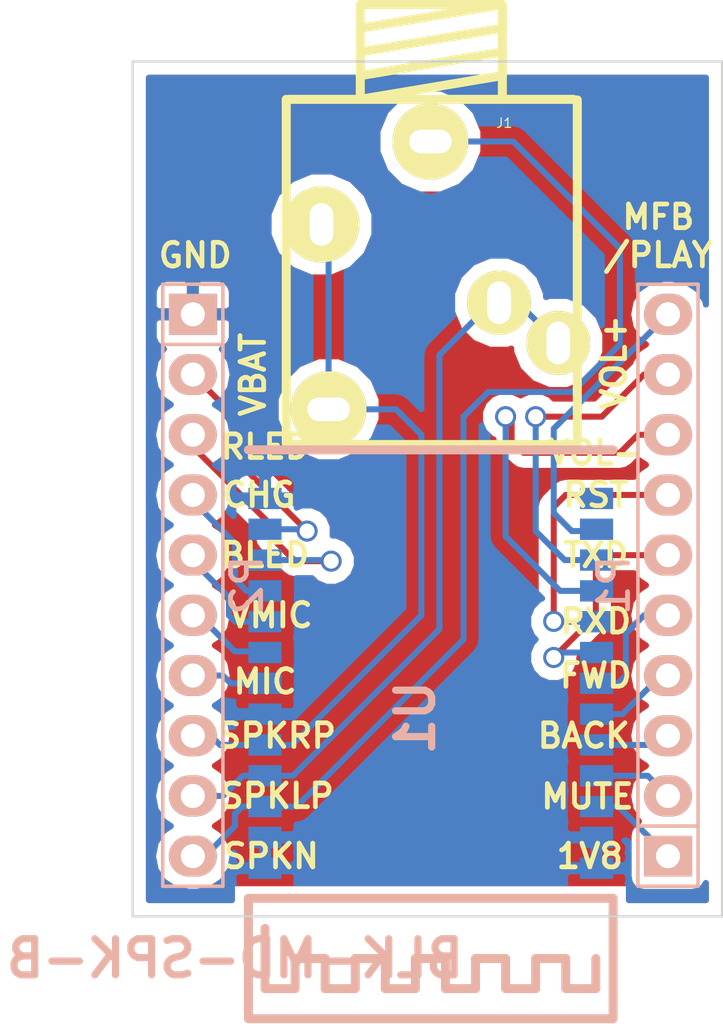
<source format=kicad_pcb>
(kicad_pcb (version 4) (host pcbnew 0.201502050101+5404~21~ubuntu14.04.1-product)

  (general
    (links 30)
    (no_connects 0)
    (area 202.829886 126.438659 237.119886 170.176)
    (thickness 1.6)
    (drawings 24)
    (tracks 132)
    (zones 0)
    (modules 4)
    (nets 21)
  )

  (page A3)
  (layers
    (0 F.Cu signal)
    (31 B.Cu signal)
    (32 B.Adhes user)
    (33 F.Adhes user)
    (34 B.Paste user)
    (35 F.Paste user)
    (36 B.SilkS user)
    (37 F.SilkS user)
    (38 B.Mask user)
    (39 F.Mask user)
    (40 Dwgs.User user)
    (41 Cmts.User user)
    (42 Eco1.User user)
    (43 Eco2.User user)
    (44 Edge.Cuts user)
  )

  (setup
    (last_trace_width 0.254)
    (trace_clearance 0.254)
    (zone_clearance 0.508)
    (zone_45_only no)
    (trace_min 0.254)
    (segment_width 0.2)
    (edge_width 0.1)
    (via_size 0.889)
    (via_drill 0.635)
    (via_min_size 0.889)
    (via_min_drill 0.508)
    (uvia_size 0.508)
    (uvia_drill 0.127)
    (uvias_allowed no)
    (uvia_min_size 0.508)
    (uvia_min_drill 0.127)
    (pcb_text_width 0.3)
    (pcb_text_size 1.5 1.5)
    (mod_edge_width 0.15)
    (mod_text_size 1 1)
    (mod_text_width 0.15)
    (pad_size 3.2004 3.2004)
    (pad_drill 1.30048)
    (pad_to_mask_clearance 0)
    (aux_axis_origin 0 0)
    (visible_elements FFFFFF3F)
    (pcbplotparams
      (layerselection 0x01030_80000001)
      (usegerberextensions false)
      (excludeedgelayer false)
      (linewidth 0.150000)
      (plotframeref false)
      (viasonmask false)
      (mode 1)
      (useauxorigin false)
      (hpglpennumber 1)
      (hpglpenspeed 20)
      (hpglpendiameter 15)
      (hpglpenoverlay 2)
      (psnegative false)
      (psa4output false)
      (plotreference false)
      (plotvalue false)
      (plotinvisibletext false)
      (padsonsilk false)
      (subtractmaskfromsilk false)
      (outputformat 1)
      (mirror false)
      (drillshape 0)
      (scaleselection 1)
      (outputdirectory gerber/))
  )

  (net 0 "")
  (net 1 "Net-(J1-Pad1)")
  (net 2 "Net-(J1-Pad2)")
  (net 3 "Net-(J1-Pad4)")
  (net 4 "Net-(P1-Pad1)")
  (net 5 "Net-(P1-Pad2)")
  (net 6 "Net-(P1-Pad3)")
  (net 7 "Net-(P1-Pad4)")
  (net 8 "Net-(P1-Pad5)")
  (net 9 "Net-(P1-Pad6)")
  (net 10 "Net-(P1-Pad7)")
  (net 11 "Net-(P1-Pad8)")
  (net 12 "Net-(P1-Pad9)")
  (net 13 "Net-(P1-Pad10)")
  (net 14 "Net-(P2-Pad2)")
  (net 15 "Net-(P2-Pad3)")
  (net 16 "Net-(P2-Pad4)")
  (net 17 "Net-(P2-Pad5)")
  (net 18 "Net-(P2-Pad6)")
  (net 19 "Net-(P2-Pad7)")
  (net 20 GND)

  (net_class Default "This is the default net class."
    (clearance 0.254)
    (trace_width 0.254)
    (via_dia 0.889)
    (via_drill 0.635)
    (uvia_dia 0.508)
    (uvia_drill 0.127)
    (add_net GND)
    (add_net "Net-(J1-Pad1)")
    (add_net "Net-(J1-Pad2)")
    (add_net "Net-(J1-Pad4)")
    (add_net "Net-(P1-Pad1)")
    (add_net "Net-(P1-Pad10)")
    (add_net "Net-(P1-Pad2)")
    (add_net "Net-(P1-Pad3)")
    (add_net "Net-(P1-Pad4)")
    (add_net "Net-(P1-Pad5)")
    (add_net "Net-(P1-Pad6)")
    (add_net "Net-(P1-Pad7)")
    (add_net "Net-(P1-Pad8)")
    (add_net "Net-(P1-Pad9)")
    (add_net "Net-(P2-Pad2)")
    (add_net "Net-(P2-Pad3)")
    (add_net "Net-(P2-Pad4)")
    (add_net "Net-(P2-Pad5)")
    (add_net "Net-(P2-Pad6)")
    (add_net "Net-(P2-Pad7)")
  )

  (module Pin_Headers:Pin_Header_Straight_1x10 (layer B.Cu) (tedit 542400AB) (tstamp 542401BE)
    (at 231.14 151.384 90)
    (descr "Through hole pin header")
    (tags "pin header")
    (path /54200046)
    (fp_text reference P1 (at 0 -2.286 90) (layer B.SilkS)
      (effects (font (size 1.27 1.27) (thickness 0.2032)) (justify mirror))
    )
    (fp_text value CONNECTOR (at 0 0 90) (layer B.SilkS) hide
      (effects (font (size 1.27 1.27) (thickness 0.2032)) (justify mirror))
    )
    (fp_line (start -10.16 1.27) (end 12.7 1.27) (layer B.SilkS) (width 0.15))
    (fp_line (start 12.7 1.27) (end 12.7 -1.27) (layer B.SilkS) (width 0.15))
    (fp_line (start 12.7 -1.27) (end -10.16 -1.27) (layer B.SilkS) (width 0.15))
    (fp_line (start -12.7 1.27) (end -10.16 1.27) (layer B.SilkS) (width 0.15))
    (fp_line (start -10.16 1.27) (end -10.16 -1.27) (layer B.SilkS) (width 0.15))
    (fp_line (start -12.7 1.27) (end -12.7 -1.27) (layer B.SilkS) (width 0.15))
    (fp_line (start -12.7 -1.27) (end -10.16 -1.27) (layer B.SilkS) (width 0.15))
    (pad 1 thru_hole rect (at -11.43 0 90) (size 1.7272 2.032) (drill 1.016) (layers *.Cu *.Mask B.SilkS)
      (net 4 "Net-(P1-Pad1)"))
    (pad 2 thru_hole oval (at -8.89 0 90) (size 1.7272 2.032) (drill 1.016) (layers *.Cu *.Mask B.SilkS)
      (net 5 "Net-(P1-Pad2)"))
    (pad 3 thru_hole oval (at -6.35 0 90) (size 1.7272 2.032) (drill 1.016) (layers *.Cu *.Mask B.SilkS)
      (net 6 "Net-(P1-Pad3)"))
    (pad 4 thru_hole oval (at -3.81 0 90) (size 1.7272 2.032) (drill 1.016) (layers *.Cu *.Mask B.SilkS)
      (net 7 "Net-(P1-Pad4)"))
    (pad 5 thru_hole oval (at -1.27 0 90) (size 1.7272 2.032) (drill 1.016) (layers *.Cu *.Mask B.SilkS)
      (net 8 "Net-(P1-Pad5)"))
    (pad 6 thru_hole oval (at 1.27 0 90) (size 1.7272 2.032) (drill 1.016) (layers *.Cu *.Mask B.SilkS)
      (net 9 "Net-(P1-Pad6)"))
    (pad 7 thru_hole oval (at 3.81 0 90) (size 1.7272 2.032) (drill 1.016) (layers *.Cu *.Mask B.SilkS)
      (net 10 "Net-(P1-Pad7)"))
    (pad 8 thru_hole oval (at 6.35 0 90) (size 1.7272 2.032) (drill 1.016) (layers *.Cu *.Mask B.SilkS)
      (net 11 "Net-(P1-Pad8)"))
    (pad 9 thru_hole oval (at 8.89 0 90) (size 1.7272 2.032) (drill 1.016) (layers *.Cu *.Mask B.SilkS)
      (net 12 "Net-(P1-Pad9)"))
    (pad 10 thru_hole oval (at 11.43 0 90) (size 1.7272 2.032) (drill 1.016) (layers *.Cu *.Mask B.SilkS)
      (net 13 "Net-(P1-Pad10)"))
    (model Pin_Headers/Pin_Header_Straight_1x10.wrl
      (at (xyz 0 0 0))
      (scale (xyz 1 1 1))
      (rotate (xyz 0 0 0))
    )
  )

  (module Pin_Headers:Pin_Header_Straight_1x10 (layer B.Cu) (tedit 542400AB) (tstamp 542400FB)
    (at 211.074 151.384 270)
    (descr "Through hole pin header")
    (tags "pin header")
    (path /542152BE)
    (fp_text reference P2 (at 0 -2.286 270) (layer B.SilkS)
      (effects (font (size 1.27 1.27) (thickness 0.2032)) (justify mirror))
    )
    (fp_text value CONNECTOR (at 0 0 270) (layer B.SilkS) hide
      (effects (font (size 1.27 1.27) (thickness 0.2032)) (justify mirror))
    )
    (fp_line (start -10.16 1.27) (end 12.7 1.27) (layer B.SilkS) (width 0.15))
    (fp_line (start 12.7 1.27) (end 12.7 -1.27) (layer B.SilkS) (width 0.15))
    (fp_line (start 12.7 -1.27) (end -10.16 -1.27) (layer B.SilkS) (width 0.15))
    (fp_line (start -12.7 1.27) (end -10.16 1.27) (layer B.SilkS) (width 0.15))
    (fp_line (start -10.16 1.27) (end -10.16 -1.27) (layer B.SilkS) (width 0.15))
    (fp_line (start -12.7 1.27) (end -12.7 -1.27) (layer B.SilkS) (width 0.15))
    (fp_line (start -12.7 -1.27) (end -10.16 -1.27) (layer B.SilkS) (width 0.15))
    (pad 1 thru_hole rect (at -11.43 0 270) (size 1.7272 2.032) (drill 1.016) (layers *.Cu *.Mask B.SilkS)
      (net 20 GND))
    (pad 2 thru_hole oval (at -8.89 0 270) (size 1.7272 2.032) (drill 1.016) (layers *.Cu *.Mask B.SilkS)
      (net 14 "Net-(P2-Pad2)"))
    (pad 3 thru_hole oval (at -6.35 0 270) (size 1.7272 2.032) (drill 1.016) (layers *.Cu *.Mask B.SilkS)
      (net 15 "Net-(P2-Pad3)"))
    (pad 4 thru_hole oval (at -3.81 0 270) (size 1.7272 2.032) (drill 1.016) (layers *.Cu *.Mask B.SilkS)
      (net 16 "Net-(P2-Pad4)"))
    (pad 5 thru_hole oval (at -1.27 0 270) (size 1.7272 2.032) (drill 1.016) (layers *.Cu *.Mask B.SilkS)
      (net 17 "Net-(P2-Pad5)"))
    (pad 6 thru_hole oval (at 1.27 0 270) (size 1.7272 2.032) (drill 1.016) (layers *.Cu *.Mask B.SilkS)
      (net 18 "Net-(P2-Pad6)"))
    (pad 7 thru_hole oval (at 3.81 0 270) (size 1.7272 2.032) (drill 1.016) (layers *.Cu *.Mask B.SilkS)
      (net 19 "Net-(P2-Pad7)"))
    (pad 8 thru_hole oval (at 6.35 0 270) (size 1.7272 2.032) (drill 1.016) (layers *.Cu *.Mask B.SilkS)
      (net 3 "Net-(J1-Pad4)"))
    (pad 9 thru_hole oval (at 8.89 0 270) (size 1.7272 2.032) (drill 1.016) (layers *.Cu *.Mask B.SilkS)
      (net 2 "Net-(J1-Pad2)"))
    (pad 10 thru_hole oval (at 11.43 0 270) (size 1.7272 2.032) (drill 1.016) (layers *.Cu *.Mask B.SilkS)
      (net 1 "Net-(J1-Pad1)"))
    (model Pin_Headers/Pin_Header_Straight_1x10.wrl
      (at (xyz 0 0 0))
      (scale (xyz 1 1 1))
      (rotate (xyz 0 0 0))
    )
  )

  (module jacks:SCJ-0354-5PU (layer F.Cu) (tedit 54D361CE) (tstamp 54D35FBA)
    (at 221.107 130.9624)
    (path /542131F5)
    (fp_text reference J1 (at 3.11912 0.92202) (layer F.SilkS)
      (effects (font (size 0.39878 0.39878) (thickness 0.0508)))
    )
    (fp_text value SCJ-0354-5PU (at 7.4549 6.9977 90) (layer F.SilkS) hide
      (effects (font (size 1.2 1.2) (thickness 0.3)))
    )
    (fp_line (start 3.03784 -0.07874) (end 3.03784 -4.07924) (layer F.SilkS) (width 0.381))
    (fp_line (start 3.03784 -4.07924) (end -2.96164 -4.07924) (layer F.SilkS) (width 0.381))
    (fp_line (start -2.96164 -4.07924) (end -2.96164 -0.07874) (layer F.SilkS) (width 0.381))
    (fp_line (start -2.96164 -0.07874) (end 3.03784 -1.0795) (layer F.SilkS) (width 0.381))
    (fp_line (start 3.03784 -1.0795) (end 3.03784 -2.07772) (layer F.SilkS) (width 0.381))
    (fp_line (start 3.03784 -2.07772) (end -2.96164 -1.0795) (layer F.SilkS) (width 0.381))
    (fp_line (start -2.96164 -1.0795) (end -2.96164 -2.07772) (layer F.SilkS) (width 0.381))
    (fp_line (start -2.96164 -2.07772) (end 3.03784 -3.07848) (layer F.SilkS) (width 0.381))
    (fp_line (start 3.03784 -3.07848) (end 3.03784 -4.07924) (layer F.SilkS) (width 0.381))
    (fp_line (start 3.03784 -4.07924) (end -2.96164 -3.07848) (layer F.SilkS) (width 0.381))
    (fp_line (start -5.96138 -0.07874) (end 6.03758 -0.07874) (layer F.SilkS) (width 0.381))
    (fp_line (start 6.20268 -0.05334) (end 6.20268 14.44752) (layer F.SilkS) (width 0.381))
    (fp_line (start 6.11378 14.48562) (end -5.88518 14.48562) (layer F.SilkS) (width 0.381))
    (fp_line (start -6.08838 14.42212) (end -6.08838 -0.07874) (layer F.SilkS) (width 0.381))
    (pad 1 thru_hole circle (at 0 1.7) (size 3.2004 3.2004) (drill oval 1.8 1) (layers *.Cu *.Mask F.SilkS)
      (net 1 "Net-(J1-Pad1)"))
    (pad 5 thru_hole circle (at -4.6 5.2) (size 3.2004 3.2004) (drill oval 1 1.8) (layers *.Cu *.Mask F.SilkS)
      (net 3 "Net-(J1-Pad4)"))
    (pad 4 thru_hole circle (at -4.3 13) (size 3.2004 3.2004) (drill oval 1.8 1) (layers *.Cu *.Mask F.SilkS)
      (net 3 "Net-(J1-Pad4)"))
    (pad 3 thru_hole circle (at 2.9 8.5) (size 2.7 2.7) (drill oval 1 1.8) (layers *.Cu *.Mask F.SilkS)
      (net 2 "Net-(J1-Pad2)"))
    (pad 2 thru_hole circle (at 5.4 10.2) (size 2.7 2.7) (drill oval 1 1.8) (layers *.Cu *.Mask F.SilkS)
      (net 2 "Net-(J1-Pad2)"))
  )

  (module my_modules:BLK-MD-SPK-B (layer B.Cu) (tedit 54241560) (tstamp 54D35FD0)
    (at 212.852 169.672)
    (path /54200037)
    (clearance 0.2)
    (fp_text reference U1 (at 7.62 -12.7 270) (layer B.SilkS)
      (effects (font (thickness 0.3048)) (justify mirror))
    )
    (fp_text value BLK-MD-SPK-B (at 0 -2.54) (layer B.SilkS)
      (effects (font (thickness 0.3048)) (justify mirror))
    )
    (fp_line (start 1.27 -3.81) (end 1.27 -1.27) (layer B.SilkS) (width 0.381))
    (fp_line (start 1.27 -1.27) (end 2.54 -1.27) (layer B.SilkS) (width 0.381))
    (fp_line (start 2.54 -1.27) (end 2.54 -2.54) (layer B.SilkS) (width 0.381))
    (fp_line (start 2.54 -2.54) (end 3.81 -2.54) (layer B.SilkS) (width 0.381))
    (fp_line (start 3.81 -2.54) (end 3.81 -1.27) (layer B.SilkS) (width 0.381))
    (fp_line (start 3.81 -1.27) (end 5.08 -1.27) (layer B.SilkS) (width 0.381))
    (fp_line (start 5.08 -1.27) (end 5.08 -2.54) (layer B.SilkS) (width 0.381))
    (fp_line (start 5.08 -2.54) (end 6.35 -2.54) (layer B.SilkS) (width 0.381))
    (fp_line (start 6.35 -2.54) (end 6.35 -1.27) (layer B.SilkS) (width 0.381))
    (fp_line (start 6.35 -1.27) (end 7.62 -1.27) (layer B.SilkS) (width 0.381))
    (fp_line (start 7.62 -1.27) (end 7.62 -2.54) (layer B.SilkS) (width 0.381))
    (fp_line (start 7.62 -2.54) (end 8.89 -2.54) (layer B.SilkS) (width 0.381))
    (fp_line (start 8.89 -2.54) (end 8.89 -1.27) (layer B.SilkS) (width 0.381))
    (fp_line (start 8.89 -1.27) (end 10.16 -1.27) (layer B.SilkS) (width 0.381))
    (fp_line (start 10.16 -1.27) (end 10.16 -2.54) (layer B.SilkS) (width 0.381))
    (fp_line (start 10.16 -2.54) (end 11.43 -2.54) (layer B.SilkS) (width 0.381))
    (fp_line (start 11.43 -2.54) (end 11.43 -1.27) (layer B.SilkS) (width 0.381))
    (fp_line (start 11.43 -1.27) (end 12.7 -1.27) (layer B.SilkS) (width 0.381))
    (fp_line (start 12.7 -1.27) (end 12.7 -2.54) (layer B.SilkS) (width 0.381))
    (fp_line (start 12.7 -2.54) (end 13.97 -2.54) (layer B.SilkS) (width 0.381))
    (fp_line (start 13.97 -2.54) (end 13.97 -1.27) (layer B.SilkS) (width 0.381))
    (fp_line (start 13.97 -1.27) (end 15.24 -1.27) (layer B.SilkS) (width 0.381))
    (fp_line (start 15.24 -1.27) (end 15.24 -2.54) (layer B.SilkS) (width 0.381))
    (fp_line (start 15.97 -5.08) (end 0.57 -5.08) (layer B.SilkS) (width 0.381))
    (fp_line (start 0.57 -24) (end 15.97 -24) (layer B.SilkS) (width 0.381))
    (fp_line (start 15.97 -5.08) (end 15.97 0) (layer B.SilkS) (width 0.381))
    (fp_line (start 15.97 0) (end 0.57 0) (layer B.SilkS) (width 0.381))
    (fp_line (start 0.57 0) (end 0.57 -5.08) (layer B.SilkS) (width 0.381))
    (pad 1 smd rect (at 1.27 -6.35 180) (size 1.4 0.9) (layers B.Cu B.Paste B.Mask)
      (net 20 GND))
    (pad 2 smd rect (at 1.27 -7.65 180) (size 1.4 0.9) (layers B.Cu B.Paste B.Mask)
      (net 20 GND))
    (pad 3 smd rect (at 1.27 -8.95 180) (size 1.4 0.9) (layers B.Cu B.Paste B.Mask)
      (net 1 "Net-(J1-Pad1)"))
    (pad 4 smd rect (at 1.27 -10.25 180) (size 1.4 0.9) (layers B.Cu B.Paste B.Mask)
      (net 2 "Net-(J1-Pad2)"))
    (pad 5 smd rect (at 1.27 -11.55 180) (size 1.4 0.9) (layers B.Cu B.Paste B.Mask)
      (net 3 "Net-(J1-Pad4)"))
    (pad 6 smd rect (at 1.27 -12.85 180) (size 1.4 0.9) (layers B.Cu B.Paste B.Mask)
      (net 20 GND))
    (pad 7 smd rect (at 1.27 -14.15 180) (size 1.4 0.9) (layers B.Cu B.Paste B.Mask)
      (net 19 "Net-(P2-Pad7)"))
    (pad 8 smd rect (at 1.27 -15.45 180) (size 1.4 0.9) (layers B.Cu B.Paste B.Mask)
      (net 18 "Net-(P2-Pad6)"))
    (pad 9 smd rect (at 1.27 -16.75 180) (size 1.4 0.9) (layers B.Cu B.Paste B.Mask)
      (net 17 "Net-(P2-Pad5)"))
    (pad 10 smd rect (at 1.27 -18.05 180) (size 1.4 0.9) (layers B.Cu B.Paste B.Mask)
      (net 16 "Net-(P2-Pad4)"))
    (pad 11 smd rect (at 1.27 -19.35 180) (size 1.4 0.9) (layers B.Cu B.Paste B.Mask)
      (net 15 "Net-(P2-Pad3)"))
    (pad 12 smd rect (at 1.27 -20.65 180) (size 1.4 0.9) (layers B.Cu B.Paste B.Mask)
      (net 14 "Net-(P2-Pad2)"))
    (pad 13 smd rect (at 1.27 -21.95 180) (size 1.4 0.9) (layers B.Cu B.Paste B.Mask)
      (net 20 GND))
    (pad 14 smd rect (at 15.27 -21.95 180) (size 1.4 0.9) (layers B.Cu B.Paste B.Mask))
    (pad 15 smd rect (at 15.27 -20.65 180) (size 1.4 0.9) (layers B.Cu B.Paste B.Mask)
      (net 13 "Net-(P1-Pad10)"))
    (pad 16 smd rect (at 15.27 -19.35 180) (size 1.4 0.9) (layers B.Cu B.Paste B.Mask)
      (net 12 "Net-(P1-Pad9)"))
    (pad 17 smd rect (at 15.27 -18.05 180) (size 1.4 0.9) (layers B.Cu B.Paste B.Mask)
      (net 11 "Net-(P1-Pad8)"))
    (pad 18 smd rect (at 15.27 -16.75 180) (size 1.4 0.9) (layers B.Cu B.Paste B.Mask)
      (net 10 "Net-(P1-Pad7)"))
    (pad 19 smd rect (at 15.27 -15.45 180) (size 1.4 0.9) (layers B.Cu B.Paste B.Mask)
      (net 9 "Net-(P1-Pad6)"))
    (pad 20 smd rect (at 15.27 -14.15 180) (size 1.4 0.9) (layers B.Cu B.Paste B.Mask)
      (net 8 "Net-(P1-Pad5)"))
    (pad 21 smd rect (at 15.27 -12.85 180) (size 1.4 0.9) (layers B.Cu B.Paste B.Mask)
      (net 7 "Net-(P1-Pad4)"))
    (pad 22 smd rect (at 15.27 -11.55 180) (size 1.4 0.9) (layers B.Cu B.Paste B.Mask)
      (net 6 "Net-(P1-Pad3)"))
    (pad 23 smd rect (at 15.27 -10.25 180) (size 1.4 0.9) (layers B.Cu B.Paste B.Mask)
      (net 5 "Net-(P1-Pad2)"))
    (pad 24 smd rect (at 15.27 -8.95 180) (size 1.4 0.9) (layers B.Cu B.Paste B.Mask)
      (net 4 "Net-(P1-Pad1)"))
    (pad 25 smd rect (at 15.27 -7.65 180) (size 1.4 0.9) (layers B.Cu B.Paste B.Mask)
      (net 20 GND))
    (pad 26 smd rect (at 15.27 -6.35 180) (size 1.4 0.9) (layers B.Cu B.Paste B.Mask)
      (net 20 GND))
  )

  (gr_line (start 208.534 165.354) (end 208.534 129.286) (angle 90) (layer Edge.Cuts) (width 0.1))
  (gr_line (start 233.426 165.354) (end 208.534 165.354) (angle 90) (layer Edge.Cuts) (width 0.1))
  (gr_line (start 233.426 129.286) (end 233.426 165.354) (angle 90) (layer Edge.Cuts) (width 0.1))
  (gr_line (start 208.534 129.286) (end 233.426 129.286) (angle 90) (layer Edge.Cuts) (width 0.1))
  (gr_text "MFB\n/PLAY" (at 230.7336 136.652) (layer F.SilkS)
    (effects (font (size 1 1) (thickness 0.2)))
  )
  (gr_text VOL+ (at 228.854 141.986 90) (layer F.SilkS)
    (effects (font (size 1 1) (thickness 0.2)))
  )
  (gr_text VOL- (at 228.092 145.796) (layer F.SilkS)
    (effects (font (size 1 1) (thickness 0.2)))
  )
  (gr_text RST (at 228.092 147.574) (layer F.SilkS)
    (effects (font (size 1 1) (thickness 0.2)))
  )
  (gr_text TXD (at 228.092 150.114) (layer F.SilkS)
    (effects (font (size 1 1) (thickness 0.2)))
  )
  (gr_text RXD (at 228.092 152.908) (layer F.SilkS)
    (effects (font (size 1 1) (thickness 0.2)))
  )
  (gr_text FWD (at 228.092 155.194) (layer F.SilkS)
    (effects (font (size 1 1) (thickness 0.2)))
  )
  (gr_text BACK (at 227.584 157.734) (layer F.SilkS)
    (effects (font (size 1 1) (thickness 0.2)))
  )
  (gr_text MUTE (at 227.7364 160.2994) (layer F.SilkS)
    (effects (font (size 1 1) (thickness 0.2)))
  )
  (gr_text 1V8 (at 227.838 162.814) (layer F.SilkS)
    (effects (font (size 1 1) (thickness 0.2)))
  )
  (gr_text SPKN (at 214.376 162.814) (layer F.SilkS)
    (effects (font (size 1 1) (thickness 0.2)))
  )
  (gr_text SPKLP (at 214.63 160.274) (layer F.SilkS)
    (effects (font (size 1 1) (thickness 0.2)))
  )
  (gr_text SPKRP (at 214.63 157.734) (layer F.SilkS)
    (effects (font (size 1 1) (thickness 0.2)))
  )
  (gr_text MIC (at 214.122 155.448) (layer F.SilkS)
    (effects (font (size 1 1) (thickness 0.2)))
  )
  (gr_text VMIC (at 214.376 152.654) (layer F.SilkS)
    (effects (font (size 1 1) (thickness 0.2)))
  )
  (gr_text BLED (at 214.122 150.114) (layer F.SilkS)
    (effects (font (size 1 1) (thickness 0.2)))
  )
  (gr_text CHG (at 213.868 147.574) (layer F.SilkS)
    (effects (font (size 1 1) (thickness 0.2)))
  )
  (gr_text RLED (at 214.122 145.542) (layer F.SilkS)
    (effects (font (size 1 1) (thickness 0.2)))
  )
  (gr_text VBAT (at 213.614 142.494 90) (layer F.SilkS)
    (effects (font (size 1 1) (thickness 0.2)))
  )
  (gr_text GND (at 211.1756 137.4648) (layer F.SilkS) (tstamp 5422E9E6)
    (effects (font (size 1 1) (thickness 0.2)))
  )

  (segment (start 214.062 160.782) (end 214.122 160.722) (width 0.254) (layer B.Cu) (net 1) (tstamp 542154E4))
  (segment (start 213.166 160.722) (end 214.122 160.722) (width 0.254) (layer B.Cu) (net 1) (tstamp 5423F933))
  (segment (start 212.852 161.036) (end 213.166 160.722) (width 0.254) (layer B.Cu) (net 1) (tstamp 5423F932))
  (segment (start 212.852 161.544) (end 212.852 161.036) (width 0.254) (layer B.Cu) (net 1) (tstamp 5423F931))
  (segment (start 211.582 162.814) (end 212.852 161.544) (width 0.254) (layer B.Cu) (net 1) (tstamp 5423F930))
  (segment (start 210.82 162.814) (end 211.582 162.814) (width 0.254) (layer B.Cu) (net 1))
  (segment (start 223.5454 143.2306) (end 222.504 144.272) (width 0.254) (layer B.Cu) (net 1) (tstamp 54D36056))
  (segment (start 227.1014 143.2306) (end 223.5454 143.2306) (width 0.254) (layer B.Cu) (net 1) (tstamp 54D36055))
  (segment (start 215.392 160.722) (end 215.452 160.722) (width 0.254) (layer B.Cu) (net 1))
  (segment (start 215.392 160.722) (end 214.122 160.722) (width 0.254) (layer B.Cu) (net 1) (tstamp 54215598))
  (segment (start 222.504 153.67) (end 222.504 144.272) (width 0.254) (layer B.Cu) (net 1) (tstamp 5421559D))
  (segment (start 215.452 160.722) (end 222.504 153.67) (width 0.254) (layer B.Cu) (net 1) (tstamp 5421559A))
  (segment (start 229.108 137.16) (end 229.108 141.224) (width 0.254) (layer B.Cu) (net 1) (tstamp 54215569))
  (segment (start 229.108 141.224) (end 227.838 142.494) (width 0.254) (layer B.Cu) (net 1) (tstamp 5421556B))
  (segment (start 227.838 142.494) (end 227.1014 143.2306) (width 0.254) (layer B.Cu) (net 1))
  (segment (start 224.6104 132.6624) (end 229.108 137.16) (width 0.254) (layer B.Cu) (net 1) (tstamp 54D36071))
  (segment (start 221.107 132.6624) (end 224.6104 132.6624) (width 0.254) (layer B.Cu) (net 1))
  (segment (start 215.302 159.422) (end 221.488 153.236) (width 0.254) (layer B.Cu) (net 2) (tstamp 5421555D))
  (segment (start 214.122 159.422) (end 215.302 159.422) (width 0.254) (layer B.Cu) (net 2))
  (segment (start 213.45 159.422) (end 214.122 159.422) (width 0.254) (layer B.Cu) (net 2) (tstamp 5421564E))
  (segment (start 213.196 159.422) (end 214.122 159.422) (width 0.254) (layer B.Cu) (net 2) (tstamp 5423F937))
  (segment (start 212.344 160.274) (end 213.196 159.422) (width 0.254) (layer B.Cu) (net 2) (tstamp 5423F936))
  (segment (start 210.82 160.274) (end 212.344 160.274) (width 0.254) (layer B.Cu) (net 2))
  (segment (start 221.488 153.236) (end 221.488 141.6685) (width 0.254) (layer B.Cu) (net 2) (tstamp 5421555E))
  (segment (start 224.807 139.4624) (end 226.507 141.1624) (width 0.254) (layer B.Cu) (net 2) (tstamp 54D3605A))
  (segment (start 224.007 139.4624) (end 224.807 139.4624) (width 0.254) (layer B.Cu) (net 2))
  (segment (start 223.6941 139.4624) (end 221.488 141.6685) (width 0.254) (layer B.Cu) (net 2) (tstamp 54D36068))
  (segment (start 224.007 139.4624) (end 223.6941 139.4624) (width 0.254) (layer B.Cu) (net 2))
  (segment (start 214.002 158.242) (end 214.122 158.122) (width 0.254) (layer B.Cu) (net 3) (tstamp 542154ED))
  (segment (start 216.408 143.5481) (end 216.64168 143.31442) (width 0.254) (layer B.Cu) (net 3) (tstamp 54215557))
  (segment (start 220.726 152.654) (end 220.726 145.034) (width 0.254) (layer B.Cu) (net 3) (tstamp 54215579))
  (segment (start 215.258 158.122) (end 220.726 152.654) (width 0.254) (layer B.Cu) (net 3) (tstamp 54215577))
  (segment (start 214.122 158.122) (end 215.258 158.122) (width 0.254) (layer B.Cu) (net 3))
  (segment (start 213.48 158.122) (end 214.122 158.122) (width 0.254) (layer B.Cu) (net 3) (tstamp 54215652))
  (segment (start 212.224 158.122) (end 214.122 158.122) (width 0.254) (layer B.Cu) (net 3) (tstamp 5423F93B))
  (segment (start 211.836 157.734) (end 212.224 158.122) (width 0.254) (layer B.Cu) (net 3) (tstamp 5423F93A))
  (segment (start 210.82 157.734) (end 211.836 157.734) (width 0.254) (layer B.Cu) (net 3))
  (segment (start 219.6544 143.9624) (end 220.726 145.034) (width 0.254) (layer B.Cu) (net 3) (tstamp 54D3605F))
  (segment (start 216.807 143.9624) (end 219.6544 143.9624) (width 0.254) (layer B.Cu) (net 3))
  (segment (start 216.807 136.4624) (end 216.507 136.1624) (width 0.254) (layer B.Cu) (net 3) (tstamp 54D36064))
  (segment (start 216.807 143.9624) (end 216.807 136.4624) (width 0.254) (layer B.Cu) (net 3))
  (segment (start 228.122 160.722) (end 229.048 160.722) (width 0.254) (layer B.Cu) (net 4))
  (segment (start 229.048 160.722) (end 231.14 162.814) (width 0.254) (layer B.Cu) (net 4) (tstamp 5423FCE2))
  (segment (start 228.122 159.422) (end 230.288 159.422) (width 0.254) (layer B.Cu) (net 5))
  (segment (start 230.288 159.422) (end 231.14 160.274) (width 0.254) (layer B.Cu) (net 5) (tstamp 5423FCDF))
  (segment (start 228.122 158.122) (end 230.752 158.122) (width 0.254) (layer B.Cu) (net 6))
  (segment (start 230.752 158.122) (end 231.14 157.734) (width 0.254) (layer B.Cu) (net 6) (tstamp 5423FCDC))
  (segment (start 228.122 156.822) (end 229.212 156.822) (width 0.254) (layer B.Cu) (net 7))
  (segment (start 230.84 155.194) (end 231.14 155.194) (width 0.254) (layer B.Cu) (net 7) (tstamp 5423FCD9))
  (segment (start 229.212 156.822) (end 230.84 155.194) (width 0.254) (layer B.Cu) (net 7) (tstamp 5423FCD8))
  (segment (start 229.034 155.522) (end 229.362 155.194) (width 0.254) (layer B.Cu) (net 8) (tstamp 5423FCD2))
  (segment (start 229.362 155.194) (end 229.362 153.416) (width 0.254) (layer B.Cu) (net 8) (tstamp 5423FCD3))
  (segment (start 229.362 153.416) (end 230.124 152.654) (width 0.254) (layer B.Cu) (net 8) (tstamp 5423FCD4))
  (segment (start 228.122 155.522) (end 229.034 155.522) (width 0.254) (layer B.Cu) (net 8))
  (segment (start 230.124 152.654) (end 231.14 152.654) (width 0.254) (layer B.Cu) (net 8) (tstamp 5423FCD5))
  (segment (start 226.524 154.222) (end 228.122 154.222) (width 0.254) (layer B.Cu) (net 9) (tstamp 5423FCCF))
  (segment (start 226.314 154.432) (end 226.524 154.222) (width 0.254) (layer B.Cu) (net 9) (tstamp 5423FCCE))
  (via (at 226.314 154.432) (size 0.889) (layers F.Cu B.Cu) (net 9))
  (segment (start 228.346 150.114) (end 228.092 150.368) (width 0.254) (layer F.Cu) (net 9) (tstamp 5423FCC8))
  (segment (start 228.092 150.368) (end 228.092 152.654) (width 0.254) (layer F.Cu) (net 9) (tstamp 5423FCC9))
  (segment (start 228.092 152.654) (end 226.314 154.432) (width 0.254) (layer F.Cu) (net 9) (tstamp 5423FCCA))
  (segment (start 231.14 150.114) (end 228.346 150.114) (width 0.254) (layer F.Cu) (net 9))
  (segment (start 226.328 152.922) (end 228.122 152.922) (width 0.254) (layer B.Cu) (net 10) (tstamp 5423FCC5))
  (segment (start 226.314 152.908) (end 226.328 152.922) (width 0.254) (layer B.Cu) (net 10) (tstamp 5423FCC4))
  (via (at 226.314 152.908) (size 0.889) (layers F.Cu B.Cu) (net 10))
  (segment (start 226.314 148.082) (end 226.314 152.908) (width 0.254) (layer F.Cu) (net 10) (tstamp 5423FCC0))
  (segment (start 226.822 147.574) (end 226.314 148.082) (width 0.254) (layer F.Cu) (net 10) (tstamp 5423FCBE))
  (segment (start 231.14 147.574) (end 226.822 147.574) (width 0.254) (layer F.Cu) (net 10))
  (segment (start 226.584 151.622) (end 224.282 149.32) (width 0.254) (layer B.Cu) (net 11) (tstamp 5423FC32))
  (segment (start 228.122 151.622) (end 226.584 151.622) (width 0.254) (layer B.Cu) (net 11))
  (segment (start 228.092 145.796) (end 229.108 145.796) (width 0.254) (layer F.Cu) (net 11))
  (segment (start 229.108 145.796) (end 229.87 145.034) (width 0.254) (layer F.Cu) (net 11) (tstamp 5423FC52))
  (segment (start 229.87 145.034) (end 231.14 145.034) (width 0.254) (layer F.Cu) (net 11) (tstamp 5423FC53))
  (segment (start 224.282 149.32) (end 224.282 144.272) (width 0.254) (layer B.Cu) (net 11) (tstamp 5423FC33))
  (via (at 224.282 144.272) (size 0.889) (layers F.Cu B.Cu) (net 11))
  (segment (start 224.282 144.272) (end 224.536 144.526) (width 0.254) (layer F.Cu) (net 11) (tstamp 5423FC37))
  (segment (start 224.536 144.526) (end 224.536 145.288) (width 0.254) (layer F.Cu) (net 11) (tstamp 5423FC38))
  (segment (start 224.536 145.288) (end 225.044 145.796) (width 0.254) (layer F.Cu) (net 11) (tstamp 5423FC39))
  (segment (start 225.044 145.796) (end 228.092 145.796) (width 0.254) (layer F.Cu) (net 11) (tstamp 5423FC3A))
  (segment (start 226.776 150.322) (end 225.552 149.098) (width 0.254) (layer B.Cu) (net 12) (tstamp 5423FC61))
  (segment (start 225.552 149.098) (end 225.552 144.272) (width 0.254) (layer B.Cu) (net 12) (tstamp 5423FC64))
  (via (at 225.552 144.272) (size 0.889) (layers F.Cu B.Cu) (net 12))
  (segment (start 225.552 144.272) (end 228.346 144.272) (width 0.254) (layer F.Cu) (net 12) (tstamp 5423FC6A))
  (segment (start 228.122 150.322) (end 226.776 150.322) (width 0.254) (layer B.Cu) (net 12))
  (segment (start 228.346 144.272) (end 230.124 142.494) (width 0.254) (layer F.Cu) (net 12) (tstamp 5423FC6B))
  (segment (start 230.378 142.494) (end 231.14 142.494) (width 0.254) (layer B.Cu) (net 12) (tstamp 5423FBD7))
  (segment (start 230.378 142.494) (end 231.14 142.494) (width 0.254) (layer F.Cu) (net 12) (tstamp 5423FC59))
  (segment (start 230.124 142.494) (end 231.14 142.494) (width 0.254) (layer F.Cu) (net 12) (tstamp 5423FC6C))
  (segment (start 231.14 139.954) (end 226.314 144.78) (width 0.254) (layer B.Cu) (net 13))
  (segment (start 228.046 149.098) (end 228.122 149.022) (width 0.254) (layer B.Cu) (net 13) (tstamp 5423FBC8))
  (segment (start 227.076 149.098) (end 228.046 149.098) (width 0.254) (layer B.Cu) (net 13) (tstamp 5423FBC7))
  (segment (start 226.314 144.78) (end 226.314 148.336) (width 0.254) (layer B.Cu) (net 13) (tstamp 5423FBBE))
  (segment (start 226.314 148.336) (end 227.076 149.098) (width 0.254) (layer B.Cu) (net 13) (tstamp 5423FBC5))
  (segment (start 210.82 142.494) (end 211.328 142.494) (width 0.254) (layer F.Cu) (net 14))
  (segment (start 212.852 144.272) (end 212.852 146.05) (width 0.254) (layer F.Cu) (net 14) (tstamp 5423FCAB))
  (segment (start 212.852 146.05) (end 215.9 149.098) (width 0.254) (layer F.Cu) (net 14) (tstamp 5423FCAD))
  (via (at 215.9 149.098) (size 0.889) (layers F.Cu B.Cu) (net 14))
  (segment (start 215.9 149.098) (end 215.824 149.022) (width 0.254) (layer B.Cu) (net 14) (tstamp 5423FCB3))
  (segment (start 211.074 142.494) (end 212.852 144.272) (width 0.254) (layer F.Cu) (net 14) (tstamp 5423FCAA))
  (segment (start 210.82 142.494) (end 211.074 142.494) (width 0.254) (layer F.Cu) (net 14))
  (segment (start 214.122 149.022) (end 213.538 149.022) (width 0.254) (layer B.Cu) (net 14))
  (segment (start 215.824 149.022) (end 214.122 149.022) (width 0.254) (layer B.Cu) (net 14) (tstamp 5423FCB4))
  (segment (start 210.82 145.288) (end 214.376 148.844) (width 0.254) (layer F.Cu) (net 15) (tstamp 5423FCA2))
  (segment (start 210.82 145.034) (end 210.82 145.288) (width 0.254) (layer F.Cu) (net 15))
  (segment (start 214.122 150.322) (end 216.87 150.322) (width 0.254) (layer B.Cu) (net 15))
  (segment (start 214.376 149.352) (end 215.392 150.368) (width 0.254) (layer F.Cu) (net 15) (tstamp 5423FC93))
  (segment (start 214.376 148.844) (end 214.376 149.352) (width 0.254) (layer F.Cu) (net 15) (tstamp 5423FCA7))
  (segment (start 215.392 150.368) (end 214.376 149.352) (width 0.254) (layer F.Cu) (net 15) (tstamp 5423FD63))
  (segment (start 216.916 150.368) (end 215.392 150.368) (width 0.254) (layer F.Cu) (net 15) (tstamp 5423FD62))
  (segment (start 216.87 150.322) (end 216.916 150.368) (width 0.254) (layer B.Cu) (net 15) (tstamp 5423FD5B))
  (via (at 216.916 150.368) (size 0.889) (layers F.Cu B.Cu) (net 15))
  (segment (start 214.106 151.638) (end 214.122 151.622) (width 0.254) (layer B.Cu) (net 16) (tstamp 5421552C))
  (segment (start 214.122 151.622) (end 213.344 151.622) (width 0.254) (layer B.Cu) (net 16))
  (segment (start 212.852 151.13) (end 213.344 151.622) (width 0.254) (layer B.Cu) (net 16) (tstamp 5423F9A8))
  (segment (start 211.836 148.59) (end 210.82 147.574) (width 0.254) (layer B.Cu) (net 16) (tstamp 5423F961))
  (segment (start 212.852 149.606) (end 212.852 151.13) (width 0.254) (layer B.Cu) (net 16) (tstamp 5423F9A7))
  (segment (start 211.836 148.59) (end 212.852 149.606) (width 0.254) (layer B.Cu) (net 16))
  (segment (start 214.108 152.908) (end 214.122 152.922) (width 0.254) (layer B.Cu) (net 17) (tstamp 5421551D))
  (segment (start 212.598 152.654) (end 212.866 152.922) (width 0.254) (layer B.Cu) (net 17) (tstamp 5423F949))
  (segment (start 212.866 152.922) (end 214.122 152.922) (width 0.254) (layer B.Cu) (net 17) (tstamp 5423F94A))
  (segment (start 212.598 152.654) (end 212.598 152.146) (width 0.254) (layer B.Cu) (net 17))
  (segment (start 212.598 151.892) (end 212.598 152.146) (width 0.254) (layer B.Cu) (net 17) (tstamp 5423F9AD))
  (segment (start 210.82 150.114) (end 211.328 150.114) (width 0.254) (layer B.Cu) (net 17))
  (segment (start 210.82 150.114) (end 212.598 151.892) (width 0.254) (layer B.Cu) (net 17))
  (segment (start 211.328 152.654) (end 212.852 154.178) (width 0.254) (layer B.Cu) (net 18) (tstamp 5423F942))
  (segment (start 210.82 152.654) (end 211.328 152.654) (width 0.254) (layer B.Cu) (net 18))
  (segment (start 214.078 154.178) (end 214.122 154.222) (width 0.254) (layer B.Cu) (net 18) (tstamp 5423F944))
  (segment (start 212.852 154.178) (end 214.078 154.178) (width 0.254) (layer B.Cu) (net 18) (tstamp 5423F943))
  (segment (start 212.344 155.194) (end 212.672 155.522) (width 0.254) (layer B.Cu) (net 19) (tstamp 5423F93E))
  (segment (start 210.82 155.194) (end 212.344 155.194) (width 0.254) (layer B.Cu) (net 19))
  (segment (start 214.122 155.522) (end 213.286 155.522) (width 0.254) (layer B.Cu) (net 19))
  (segment (start 212.672 155.522) (end 214.122 155.522) (width 0.254) (layer B.Cu) (net 19) (tstamp 5423F93F))

  (zone (net 20) (net_name GND) (layer B.Cu) (tstamp 5423FE69) (hatch edge 0.508)
    (connect_pads (clearance 0.508))
    (min_thickness 0.254)
    (fill yes (arc_segments 16) (thermal_gap 0.508) (thermal_bridge_width 0.508))
    (polygon
      (pts
        (xy 233.172 165.1) (xy 229.362 165.1) (xy 229.362 164.084) (xy 212.852 164.084) (xy 212.852 165.1)
        (xy 208.788 165.1) (xy 208.788 129.54) (xy 233.172 129.54)
      )
    )
    (filled_polygon
      (pts
        (xy 232.741 164.669) (xy 229.489 164.669) (xy 229.489 163.957) (xy 229.432689 163.957) (xy 229.457 163.89831)
        (xy 229.457 163.645691) (xy 229.457 163.60775) (xy 229.29825 163.449) (xy 228.249 163.449) (xy 228.249 163.469)
        (xy 227.995 163.469) (xy 227.995 163.449) (xy 227.995 163.195) (xy 227.995 162.94825) (xy 227.995 162.39575)
        (xy 227.995 162.149) (xy 226.94575 162.149) (xy 226.787 162.30775) (xy 226.787 162.345691) (xy 226.787 162.59831)
        (xy 226.817523 162.672) (xy 226.787 162.74569) (xy 226.787 162.998309) (xy 226.787 163.03625) (xy 226.94575 163.195)
        (xy 227.995 163.195) (xy 227.995 163.449) (xy 226.94575 163.449) (xy 226.787 163.60775) (xy 226.787 163.645691)
        (xy 226.787 163.89831) (xy 226.81131 163.957) (xy 215.432689 163.957) (xy 215.457 163.89831) (xy 215.457 163.645691)
        (xy 215.457 163.60775) (xy 215.457 163.03625) (xy 215.457 162.998309) (xy 215.457 162.74569) (xy 215.426476 162.672)
        (xy 215.457 162.59831) (xy 215.457 162.345691) (xy 215.457 162.30775) (xy 215.29825 162.149) (xy 214.249 162.149)
        (xy 214.249 162.39575) (xy 214.249 162.94825) (xy 214.249 163.195) (xy 215.29825 163.195) (xy 215.457 163.03625)
        (xy 215.457 163.60775) (xy 215.29825 163.449) (xy 214.249 163.449) (xy 214.249 163.469) (xy 213.995 163.469)
        (xy 213.995 163.449) (xy 212.94575 163.449) (xy 212.787 163.60775) (xy 212.787 163.645691) (xy 212.787 163.89831)
        (xy 212.81131 163.957) (xy 212.725 163.957) (xy 212.725 164.669) (xy 209.219 164.669) (xy 209.219 129.971)
        (xy 232.741 129.971) (xy 232.741 139.540023) (xy 232.709271 139.380511) (xy 232.384415 138.89433) (xy 231.898234 138.569474)
        (xy 231.324745 138.4554) (xy 230.955255 138.4554) (xy 230.381766 138.569474) (xy 229.895585 138.89433) (xy 229.87 138.93262)
        (xy 229.87 137.16) (xy 229.811996 136.868396) (xy 229.811996 136.868395) (xy 229.646815 136.621185) (xy 225.149215 132.123585)
        (xy 224.902005 131.958404) (xy 224.6104 131.9004) (xy 223.210637 131.9004) (xy 223.003015 131.397915) (xy 222.374792 130.768595)
        (xy 221.553559 130.427589) (xy 220.664342 130.426813) (xy 219.842515 130.766385) (xy 219.213195 131.394608) (xy 218.872189 132.215841)
        (xy 218.871413 133.105058) (xy 219.210985 133.926885) (xy 219.839208 134.556205) (xy 220.660441 134.897211) (xy 220.746986 134.897286)
        (xy 220.815395 134.942996) (xy 221.107 135.001) (xy 221.398605 134.942996) (xy 221.466074 134.897914) (xy 221.549658 134.897987)
        (xy 222.371485 134.558415) (xy 223.000805 133.930192) (xy 223.210828 133.4244) (xy 224.29477 133.4244) (xy 228.346 137.47563)
        (xy 228.346 140.415113) (xy 228.190782 140.039457) (xy 227.63288 139.480581) (xy 226.903573 139.177746) (xy 226.113891 139.177057)
        (xy 225.992205 139.227336) (xy 225.992343 139.069291) (xy 225.690782 138.339457) (xy 225.13288 137.780581) (xy 224.403573 137.477746)
        (xy 223.613891 137.477057) (xy 222.884057 137.778618) (xy 222.325181 138.33652) (xy 222.022346 139.065827) (xy 222.021657 139.855509)
        (xy 222.080631 139.998238) (xy 220.949185 141.129685) (xy 220.784004 141.376895) (xy 220.726 141.6685) (xy 220.726 143.956369)
        (xy 220.193215 143.423585) (xy 219.946005 143.258404) (xy 219.6544 143.2004) (xy 218.910637 143.2004) (xy 218.703015 142.697915)
        (xy 218.074792 142.068595) (xy 217.569 141.858571) (xy 217.569 138.14208) (xy 217.771485 138.058415) (xy 218.400805 137.430192)
        (xy 218.741811 136.608959) (xy 218.742587 135.719742) (xy 218.403015 134.897915) (xy 217.774792 134.268595) (xy 216.953559 133.927589)
        (xy 216.064342 133.926813) (xy 215.242515 134.266385) (xy 214.613195 134.894608) (xy 214.272189 135.715841) (xy 214.271413 136.605058)
        (xy 214.610985 137.426885) (xy 215.239208 138.056205) (xy 216.045 138.390799) (xy 216.045 141.858762) (xy 215.542515 142.066385)
        (xy 214.913195 142.694608) (xy 214.572189 143.515841) (xy 214.571413 144.405058) (xy 214.910985 145.226885) (xy 215.539208 145.856205)
        (xy 216.360441 146.197211) (xy 217.249658 146.197987) (xy 218.071485 145.858415) (xy 218.700805 145.230192) (xy 218.910828 144.7244)
        (xy 219.338769 144.7244) (xy 219.964 145.34963) (xy 219.964 152.338369) (xy 215.325809 156.976559) (xy 215.29825 156.949)
        (xy 214.249 156.949) (xy 214.249 156.969) (xy 213.995 156.969) (xy 213.995 156.949) (xy 212.94575 156.949)
        (xy 212.787 157.10775) (xy 212.787 157.145691) (xy 212.787 157.36) (xy 212.682951 157.36) (xy 212.643271 157.160511)
        (xy 212.318415 156.67433) (xy 212.003634 156.464) (xy 212.318415 156.25367) (xy 212.350329 156.205906) (xy 212.380395 156.225996)
        (xy 212.672 156.284) (xy 212.787 156.284) (xy 212.787 156.498309) (xy 212.787 156.53625) (xy 212.94575 156.695)
        (xy 213.995 156.695) (xy 213.995 156.675) (xy 214.249 156.675) (xy 214.249 156.695) (xy 215.29825 156.695)
        (xy 215.457 156.53625) (xy 215.457 156.498309) (xy 215.457 156.24569) (xy 215.4284 156.176644) (xy 215.46944 155.972)
        (xy 215.46944 155.072) (xy 215.429994 154.868695) (xy 215.46944 154.672) (xy 215.46944 153.772) (xy 215.429994 153.568695)
        (xy 215.46944 153.372) (xy 215.46944 152.472) (xy 215.429994 152.268695) (xy 215.46944 152.072) (xy 215.46944 151.172)
        (xy 215.452366 151.084) (xy 216.105438 151.084) (xy 216.303714 151.282622) (xy 216.700332 151.447313) (xy 217.129784 151.447687)
        (xy 217.526689 151.283689) (xy 217.830622 150.980286) (xy 217.995313 150.583668) (xy 217.995687 150.154216) (xy 217.831689 149.757311)
        (xy 217.528286 149.453378) (xy 217.131668 149.288687) (xy 216.979334 149.288554) (xy 216.979687 148.884216) (xy 216.815689 148.487311)
        (xy 216.512286 148.183378) (xy 216.115668 148.018687) (xy 215.686216 148.018313) (xy 215.457 148.113023) (xy 215.457 148.045691)
        (xy 215.457 148.00775) (xy 215.457 147.43625) (xy 215.457 147.398309) (xy 215.457 147.14569) (xy 215.360327 146.912301)
        (xy 215.181698 146.733673) (xy 214.948309 146.637) (xy 214.40775 146.637) (xy 214.249 146.79575) (xy 214.249 147.595)
        (xy 215.29825 147.595) (xy 215.457 147.43625) (xy 215.457 148.00775) (xy 215.29825 147.849) (xy 214.249 147.849)
        (xy 214.249 147.869) (xy 213.995 147.869) (xy 213.995 147.849) (xy 213.995 147.595) (xy 213.995 146.79575)
        (xy 213.83625 146.637) (xy 213.295691 146.637) (xy 213.062302 146.733673) (xy 212.883673 146.912301) (xy 212.787 147.14569)
        (xy 212.787 147.398309) (xy 212.787 147.43625) (xy 212.94575 147.595) (xy 213.995 147.595) (xy 213.995 147.849)
        (xy 212.94575 147.849) (xy 212.787 148.00775) (xy 212.787 148.045691) (xy 212.787 148.29831) (xy 212.815599 148.367355)
        (xy 212.794783 148.471153) (xy 212.574316 148.250686) (xy 212.643271 148.147489) (xy 212.757345 147.574) (xy 212.643271 147.000511)
        (xy 212.318415 146.51433) (xy 212.003634 146.304) (xy 212.318415 146.09367) (xy 212.643271 145.607489) (xy 212.757345 145.034)
        (xy 212.643271 144.460511) (xy 212.318415 143.97433) (xy 212.003634 143.764) (xy 212.318415 143.55367) (xy 212.643271 143.067489)
        (xy 212.757345 142.494) (xy 212.643271 141.920511) (xy 212.318415 141.43433) (xy 212.29622 141.4195) (xy 212.449699 141.355927)
        (xy 212.628327 141.177298) (xy 212.725 140.943909) (xy 212.725 140.23975) (xy 212.725 139.66825) (xy 212.725 138.964091)
        (xy 212.628327 138.730702) (xy 212.449699 138.552073) (xy 212.21631 138.4554) (xy 211.963691 138.4554) (xy 211.35975 138.4554)
        (xy 211.201 138.61415) (xy 211.201 139.827) (xy 212.56625 139.827) (xy 212.725 139.66825) (xy 212.725 140.23975)
        (xy 212.56625 140.081) (xy 211.201 140.081) (xy 211.201 140.101) (xy 210.947 140.101) (xy 210.947 140.081)
        (xy 210.947 139.827) (xy 210.947 138.61415) (xy 210.78825 138.4554) (xy 210.184309 138.4554) (xy 209.93169 138.4554)
        (xy 209.698301 138.552073) (xy 209.519673 138.730702) (xy 209.423 138.964091) (xy 209.423 139.66825) (xy 209.58175 139.827)
        (xy 210.947 139.827) (xy 210.947 140.081) (xy 209.58175 140.081) (xy 209.423 140.23975) (xy 209.423 140.943909)
        (xy 209.519673 141.177298) (xy 209.698301 141.355927) (xy 209.851779 141.4195) (xy 209.829585 141.43433) (xy 209.504729 141.920511)
        (xy 209.390655 142.494) (xy 209.504729 143.067489) (xy 209.829585 143.55367) (xy 210.144365 143.764) (xy 209.829585 143.97433)
        (xy 209.504729 144.460511) (xy 209.390655 145.034) (xy 209.504729 145.607489) (xy 209.829585 146.09367) (xy 210.144365 146.304)
        (xy 209.829585 146.51433) (xy 209.504729 147.000511) (xy 209.390655 147.574) (xy 209.504729 148.147489) (xy 209.829585 148.63367)
        (xy 210.144365 148.844) (xy 209.829585 149.05433) (xy 209.504729 149.540511) (xy 209.390655 150.114) (xy 209.504729 150.687489)
        (xy 209.829585 151.17367) (xy 210.144365 151.384) (xy 209.829585 151.59433) (xy 209.504729 152.080511) (xy 209.390655 152.654)
        (xy 209.504729 153.227489) (xy 209.829585 153.71367) (xy 210.144365 153.924) (xy 209.829585 154.13433) (xy 209.504729 154.620511)
        (xy 209.390655 155.194) (xy 209.504729 155.767489) (xy 209.829585 156.25367) (xy 210.144365 156.464) (xy 209.829585 156.67433)
        (xy 209.504729 157.160511) (xy 209.390655 157.734) (xy 209.504729 158.307489) (xy 209.829585 158.79367) (xy 210.144365 159.004)
        (xy 209.829585 159.21433) (xy 209.504729 159.700511) (xy 209.390655 160.274) (xy 209.504729 160.847489) (xy 209.829585 161.33367)
        (xy 210.144365 161.544) (xy 209.829585 161.75433) (xy 209.504729 162.240511) (xy 209.390655 162.814) (xy 209.504729 163.387489)
        (xy 209.829585 163.87367) (xy 210.315766 164.198526) (xy 210.889255 164.3126) (xy 211.258745 164.3126) (xy 211.832234 164.198526)
        (xy 212.318415 163.87367) (xy 212.643271 163.387489) (xy 212.757345 162.814) (xy 212.741133 162.732497) (xy 212.812868 162.660762)
        (xy 212.817523 162.672) (xy 212.787 162.74569) (xy 212.787 162.998309) (xy 212.787 163.03625) (xy 212.94575 163.195)
        (xy 213.995 163.195) (xy 213.995 162.94825) (xy 213.995 162.39575) (xy 213.995 162.149) (xy 213.975 162.149)
        (xy 213.975 161.895) (xy 213.995 161.895) (xy 213.995 161.875) (xy 214.249 161.875) (xy 214.249 161.895)
        (xy 215.29825 161.895) (xy 215.457 161.73625) (xy 215.457 161.698309) (xy 215.457 161.483005) (xy 215.743604 161.425996)
        (xy 215.743605 161.425996) (xy 215.990815 161.260815) (xy 223.042815 154.208815) (xy 223.207996 153.961605) (xy 223.265999 153.67)
        (xy 223.266 153.67) (xy 223.266 144.639918) (xy 223.366311 144.882689) (xy 223.52 145.036646) (xy 223.52 149.32)
        (xy 223.578004 149.611605) (xy 223.743185 149.858815) (xy 225.82599 151.94162) (xy 225.703311 151.992311) (xy 225.399378 152.295714)
        (xy 225.234687 152.692332) (xy 225.234313 153.121784) (xy 225.398311 153.518689) (xy 225.549355 153.669997) (xy 225.399378 153.819714)
        (xy 225.234687 154.216332) (xy 225.234313 154.645784) (xy 225.398311 155.042689) (xy 225.701714 155.346622) (xy 226.098332 155.511313)
        (xy 226.527784 155.511687) (xy 226.77456 155.409721) (xy 226.77456 155.972) (xy 226.814005 156.175304) (xy 226.77456 156.372)
        (xy 226.77456 157.272) (xy 226.814005 157.475304) (xy 226.77456 157.672) (xy 226.77456 158.572) (xy 226.814005 158.775304)
        (xy 226.77456 158.972) (xy 226.77456 159.872) (xy 226.814005 160.075304) (xy 226.77456 160.272) (xy 226.77456 161.172)
        (xy 226.81469 161.378838) (xy 226.787 161.44569) (xy 226.787 161.698309) (xy 226.787 161.73625) (xy 226.94575 161.895)
        (xy 227.995 161.895) (xy 227.995 161.875) (xy 228.249 161.875) (xy 228.249 161.895) (xy 228.269 161.895)
        (xy 228.269 162.149) (xy 228.249 162.149) (xy 228.249 162.39575) (xy 228.249 162.94825) (xy 228.249 163.195)
        (xy 229.29825 163.195) (xy 229.457 163.03625) (xy 229.457 162.998309) (xy 229.457 162.74569) (xy 229.426476 162.672)
        (xy 229.457 162.59831) (xy 229.457 162.345691) (xy 229.457 162.30775) (xy 229.298252 162.149002) (xy 229.397371 162.149002)
        (xy 229.47656 162.22819) (xy 229.47656 163.6776) (xy 229.523537 163.919723) (xy 229.663327 164.132527) (xy 229.87436 164.274977)
        (xy 230.124 164.32504) (xy 232.156 164.32504) (xy 232.398123 164.278063) (xy 232.610927 164.138273) (xy 232.741 163.945575)
        (xy 232.741 164.669)
      )
    )
  )
  (zone (net 20) (net_name GND) (layer F.Cu) (tstamp 5423FE84) (hatch edge 0.508)
    (connect_pads (clearance 0.508))
    (min_thickness 0.254)
    (fill yes (arc_segments 16) (thermal_gap 0.508) (thermal_bridge_width 0.508))
    (polygon
      (pts
        (xy 233.172 165.1) (xy 229.362 165.1) (xy 229.362 164.084) (xy 212.852 164.084) (xy 212.852 165.1)
        (xy 208.788 165.1) (xy 208.788 129.54) (xy 233.172 129.54)
      )
    )
    (filled_polygon
      (pts
        (xy 232.741 164.669) (xy 229.489 164.669) (xy 229.489 163.957) (xy 219.042587 163.957) (xy 219.042587 143.519742)
        (xy 218.742587 142.793686) (xy 218.742587 135.719742) (xy 218.403015 134.897915) (xy 217.774792 134.268595) (xy 216.953559 133.927589)
        (xy 216.064342 133.926813) (xy 215.242515 134.266385) (xy 214.613195 134.894608) (xy 214.272189 135.715841) (xy 214.271413 136.605058)
        (xy 214.610985 137.426885) (xy 215.239208 138.056205) (xy 216.060441 138.397211) (xy 216.949658 138.397987) (xy 217.771485 138.058415)
        (xy 218.400805 137.430192) (xy 218.741811 136.608959) (xy 218.742587 135.719742) (xy 218.742587 142.793686) (xy 218.703015 142.697915)
        (xy 218.074792 142.068595) (xy 217.253559 141.727589) (xy 216.364342 141.726813) (xy 215.542515 142.066385) (xy 214.913195 142.694608)
        (xy 214.572189 143.515841) (xy 214.571413 144.405058) (xy 214.910985 145.226885) (xy 215.539208 145.856205) (xy 216.360441 146.197211)
        (xy 217.249658 146.197987) (xy 218.071485 145.858415) (xy 218.700805 145.230192) (xy 219.041811 144.408959) (xy 219.042587 143.519742)
        (xy 219.042587 163.957) (xy 217.995687 163.957) (xy 217.995687 150.154216) (xy 217.831689 149.757311) (xy 217.528286 149.453378)
        (xy 217.131668 149.288687) (xy 216.979334 149.288554) (xy 216.979687 148.884216) (xy 216.815689 148.487311) (xy 216.512286 148.183378)
        (xy 216.115668 148.018687) (xy 215.898127 148.018497) (xy 213.614 145.73437) (xy 213.614 144.272) (xy 213.555996 143.980396)
        (xy 213.555996 143.980395) (xy 213.489834 143.881376) (xy 213.390816 143.733185) (xy 212.65685 142.999219) (xy 212.757345 142.494)
        (xy 212.643271 141.920511) (xy 212.318415 141.43433) (xy 212.29622 141.4195) (xy 212.449699 141.355927) (xy 212.628327 141.177298)
        (xy 212.725 140.943909) (xy 212.725 140.23975) (xy 212.725 139.66825) (xy 212.725 138.964091) (xy 212.628327 138.730702)
        (xy 212.449699 138.552073) (xy 212.21631 138.4554) (xy 211.963691 138.4554) (xy 211.35975 138.4554) (xy 211.201 138.61415)
        (xy 211.201 139.827) (xy 212.56625 139.827) (xy 212.725 139.66825) (xy 212.725 140.23975) (xy 212.56625 140.081)
        (xy 211.201 140.081) (xy 211.201 140.101) (xy 210.947 140.101) (xy 210.947 140.081) (xy 210.947 139.827)
        (xy 210.947 138.61415) (xy 210.78825 138.4554) (xy 210.184309 138.4554) (xy 209.93169 138.4554) (xy 209.698301 138.552073)
        (xy 209.519673 138.730702) (xy 209.423 138.964091) (xy 209.423 139.66825) (xy 209.58175 139.827) (xy 210.947 139.827)
        (xy 210.947 140.081) (xy 209.58175 140.081) (xy 209.423 140.23975) (xy 209.423 140.943909) (xy 209.519673 141.177298)
        (xy 209.698301 141.355927) (xy 209.851779 141.4195) (xy 209.829585 141.43433) (xy 209.504729 141.920511) (xy 209.390655 142.494)
        (xy 209.504729 143.067489) (xy 209.829585 143.55367) (xy 210.144365 143.764) (xy 209.829585 143.97433) (xy 209.504729 144.460511)
        (xy 209.390655 145.034) (xy 209.504729 145.607489) (xy 209.829585 146.09367) (xy 210.144365 146.304) (xy 209.829585 146.51433)
        (xy 209.504729 147.000511) (xy 209.390655 147.574) (xy 209.504729 148.147489) (xy 209.829585 148.63367) (xy 210.144365 148.844)
        (xy 209.829585 149.05433) (xy 209.504729 149.540511) (xy 209.390655 150.114) (xy 209.504729 150.687489) (xy 209.829585 151.17367)
        (xy 210.144365 151.384) (xy 209.829585 151.59433) (xy 209.504729 152.080511) (xy 209.390655 152.654) (xy 209.504729 153.227489)
        (xy 209.829585 153.71367) (xy 210.144365 153.924) (xy 209.829585 154.13433) (xy 209.504729 154.620511) (xy 209.390655 155.194)
        (xy 209.504729 155.767489) (xy 209.829585 156.25367) (xy 210.144365 156.464) (xy 209.829585 156.67433) (xy 209.504729 157.160511)
        (xy 209.390655 157.734) (xy 209.504729 158.307489) (xy 209.829585 158.79367) (xy 210.144365 159.004) (xy 209.829585 159.21433)
        (xy 209.504729 159.700511) (xy 209.390655 160.274) (xy 209.504729 160.847489) (xy 209.829585 161.33367) (xy 210.144365 161.544)
        (xy 209.829585 161.75433) (xy 209.504729 162.240511) (xy 209.390655 162.814) (xy 209.504729 163.387489) (xy 209.829585 163.87367)
        (xy 210.315766 164.198526) (xy 210.889255 164.3126) (xy 211.258745 164.3126) (xy 211.832234 164.198526) (xy 212.318415 163.87367)
        (xy 212.643271 163.387489) (xy 212.757345 162.814) (xy 212.643271 162.240511) (xy 212.318415 161.75433) (xy 212.003634 161.544)
        (xy 212.318415 161.33367) (xy 212.643271 160.847489) (xy 212.757345 160.274) (xy 212.643271 159.700511) (xy 212.318415 159.21433)
        (xy 212.003634 159.004) (xy 212.318415 158.79367) (xy 212.643271 158.307489) (xy 212.757345 157.734) (xy 212.643271 157.160511)
        (xy 212.318415 156.67433) (xy 212.003634 156.464) (xy 212.318415 156.25367) (xy 212.643271 155.767489) (xy 212.757345 155.194)
        (xy 212.643271 154.620511) (xy 212.318415 154.13433) (xy 212.003634 153.924) (xy 212.318415 153.71367) (xy 212.643271 153.227489)
        (xy 212.757345 152.654) (xy 212.643271 152.080511) (xy 212.318415 151.59433) (xy 212.003634 151.384) (xy 212.318415 151.17367)
        (xy 212.643271 150.687489) (xy 212.757345 150.114) (xy 212.643271 149.540511) (xy 212.318415 149.05433) (xy 212.003634 148.844)
        (xy 212.318415 148.63367) (xy 212.626683 148.172314) (xy 213.614 149.15963) (xy 213.614 149.352) (xy 213.672004 149.643605)
        (xy 213.837185 149.890815) (xy 214.853185 150.906815) (xy 215.100395 151.071996) (xy 215.100396 151.071996) (xy 215.392 151.13)
        (xy 216.151358 151.13) (xy 216.303714 151.282622) (xy 216.700332 151.447313) (xy 217.129784 151.447687) (xy 217.526689 151.283689)
        (xy 217.830622 150.980286) (xy 217.995313 150.583668) (xy 217.995687 150.154216) (xy 217.995687 163.957) (xy 212.725 163.957)
        (xy 212.725 164.669) (xy 209.219 164.669) (xy 209.219 129.971) (xy 232.741 129.971) (xy 232.741 139.540023)
        (xy 232.709271 139.380511) (xy 232.384415 138.89433) (xy 231.898234 138.569474) (xy 231.324745 138.4554) (xy 230.955255 138.4554)
        (xy 230.381766 138.569474) (xy 229.895585 138.89433) (xy 229.570729 139.380511) (xy 229.456655 139.954) (xy 229.570729 140.527489)
        (xy 229.895585 141.01367) (xy 230.210365 141.224) (xy 229.895585 141.43433) (xy 229.570729 141.920511) (xy 229.55853 141.981838)
        (xy 228.492343 143.048025) (xy 228.492343 140.769291) (xy 228.190782 140.039457) (xy 227.63288 139.480581) (xy 226.903573 139.177746)
        (xy 226.113891 139.177057) (xy 225.992205 139.227336) (xy 225.992343 139.069291) (xy 225.690782 138.339457) (xy 225.13288 137.780581)
        (xy 224.403573 137.477746) (xy 223.613891 137.477057) (xy 223.342587 137.589157) (xy 223.342587 132.219742) (xy 223.003015 131.397915)
        (xy 222.374792 130.768595) (xy 221.553559 130.427589) (xy 220.664342 130.426813) (xy 219.842515 130.766385) (xy 219.213195 131.394608)
        (xy 218.872189 132.215841) (xy 218.871413 133.105058) (xy 219.210985 133.926885) (xy 219.839208 134.556205) (xy 220.660441 134.897211)
        (xy 221.549658 134.897987) (xy 222.371485 134.558415) (xy 223.000805 133.930192) (xy 223.341811 133.108959) (xy 223.342587 132.219742)
        (xy 223.342587 137.589157) (xy 222.884057 137.778618) (xy 222.325181 138.33652) (xy 222.022346 139.065827) (xy 222.021657 139.855509)
        (xy 222.323218 140.585343) (xy 222.88112 141.144219) (xy 223.610427 141.447054) (xy 224.400109 141.447743) (xy 224.521794 141.397463)
        (xy 224.521657 141.555509) (xy 224.823218 142.285343) (xy 225.38112 142.844219) (xy 226.110427 143.147054) (xy 226.900109 143.147743)
        (xy 227.629943 142.846182) (xy 228.188819 142.28828) (xy 228.491654 141.558973) (xy 228.492343 140.769291) (xy 228.492343 143.048025)
        (xy 228.030369 143.51) (xy 226.316641 143.51) (xy 226.164286 143.357378) (xy 225.767668 143.192687) (xy 225.338216 143.192313)
        (xy 224.941311 143.356311) (xy 224.917223 143.380356) (xy 224.894286 143.357378) (xy 224.497668 143.192687) (xy 224.068216 143.192313)
        (xy 223.671311 143.356311) (xy 223.367378 143.659714) (xy 223.202687 144.056332) (xy 223.202313 144.485784) (xy 223.366311 144.882689)
        (xy 223.669714 145.186622) (xy 223.774 145.229925) (xy 223.774 145.288) (xy 223.832004 145.579605) (xy 223.997185 145.826815)
        (xy 224.505184 146.334815) (xy 224.505185 146.334815) (xy 224.752395 146.499996) (xy 225.044 146.558) (xy 228.092 146.558)
        (xy 229.108 146.558) (xy 229.108 146.557999) (xy 229.399604 146.499996) (xy 229.399605 146.499996) (xy 229.646815 146.334815)
        (xy 229.89253 146.089099) (xy 229.895585 146.09367) (xy 230.210365 146.304) (xy 229.895585 146.51433) (xy 229.696688 146.812)
        (xy 226.822 146.812) (xy 226.530395 146.870004) (xy 226.283184 147.035185) (xy 225.775185 147.543185) (xy 225.610004 147.790395)
        (xy 225.552 148.082) (xy 225.552 152.143358) (xy 225.399378 152.295714) (xy 225.234687 152.692332) (xy 225.234313 153.121784)
        (xy 225.398311 153.518689) (xy 225.549355 153.669997) (xy 225.399378 153.819714) (xy 225.234687 154.216332) (xy 225.234313 154.645784)
        (xy 225.398311 155.042689) (xy 225.701714 155.346622) (xy 226.098332 155.511313) (xy 226.527784 155.511687) (xy 226.924689 155.347689)
        (xy 227.228622 155.044286) (xy 227.393313 154.647668) (xy 227.393502 154.430127) (xy 228.630815 153.192815) (xy 228.630816 153.192815)
        (xy 228.729834 153.044623) (xy 228.795996 152.945605) (xy 228.795996 152.945604) (xy 228.854 152.654) (xy 228.854 150.876)
        (xy 229.696688 150.876) (xy 229.895585 151.17367) (xy 230.210365 151.384) (xy 229.895585 151.59433) (xy 229.570729 152.080511)
        (xy 229.456655 152.654) (xy 229.570729 153.227489) (xy 229.895585 153.71367) (xy 230.210365 153.924) (xy 229.895585 154.13433)
        (xy 229.570729 154.620511) (xy 229.456655 155.194) (xy 229.570729 155.767489) (xy 229.895585 156.25367) (xy 230.210365 156.464)
        (xy 229.895585 156.67433) (xy 229.570729 157.160511) (xy 229.456655 157.734) (xy 229.570729 158.307489) (xy 229.895585 158.79367)
        (xy 230.210365 159.004) (xy 229.895585 159.21433) (xy 229.570729 159.700511) (xy 229.456655 160.274) (xy 229.570729 160.847489)
        (xy 229.895585 161.33367) (xy 229.911367 161.344215) (xy 229.881877 161.349937) (xy 229.669073 161.489727) (xy 229.526623 161.70076)
        (xy 229.47656 161.9504) (xy 229.47656 163.6776) (xy 229.523537 163.919723) (xy 229.663327 164.132527) (xy 229.87436 164.274977)
        (xy 230.124 164.32504) (xy 232.156 164.32504) (xy 232.398123 164.278063) (xy 232.610927 164.138273) (xy 232.741 163.945575)
        (xy 232.741 164.669)
      )
    )
  )
)

</source>
